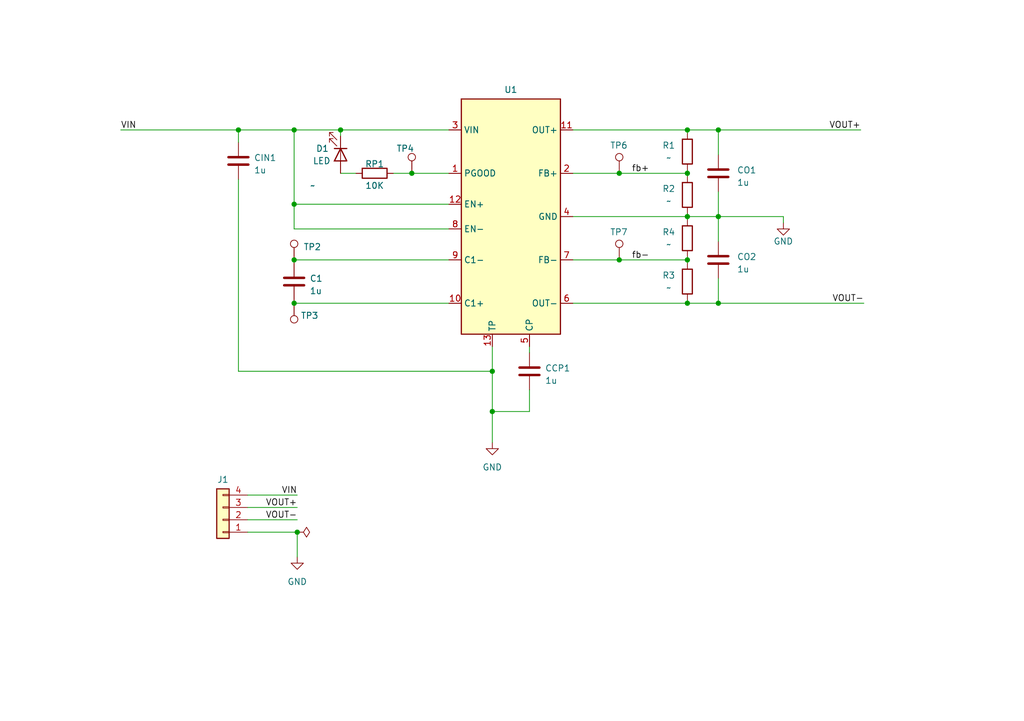
<source format=kicad_sch>
(kicad_sch (version 20230121) (generator eeschema)
  (paper "A5")
  (lib_symbols
    (symbol "Connector:TestPoint" (pin_numbers hide) (pin_names (offset 0.762) hide)
      (property "Reference" "TP" (at 0 6.858 0))
      (property "Value" "TestPoint" (at 0 5.08 0))
      (symbol "TestPoint_0_1"
        (circle (center 0 3.302) (radius 0.762))
      )
      (symbol "TestPoint_1_1"
        (pin passive line (at 0 0 90) (length 2.54) (name "1") (number "1"))
      )
    )
    (symbol "Connector_Generic:Conn_01x04" (pin_names (offset 1.016) hide)
      (property "Reference" "J" (at 0 5.08 0))
      (property "Value" "Conn_01x04" (at 0 -7.62 0))
      (symbol "Conn_01x04_1_1"
        (rectangle (start -1.27 -4.953) (end 0 -5.207) (stroke (width 0.1524)))
        (rectangle (start -1.27 -2.413) (end 0 -2.667) (stroke (width 0.1524)))
        (rectangle (start -1.27 0.127) (end 0 -0.127) (stroke (width 0.1524)))
        (rectangle (start -1.27 2.667) (end 0 2.413) (stroke (width 0.1524)))
        (rectangle (start -1.27 3.81) (end 1.27 -6.35) (stroke (width 0.254)) (fill (type background)))
        (pin passive line (at -5.08 2.54 0) (length 3.81) (name "Pin_1") (number "1"))
        (pin passive line (at -5.08 0 0) (length 3.81) (name "Pin_2") (number "2"))
        (pin passive line (at -5.08 -2.54 0) (length 3.81) (name "Pin_3") (number "3"))
        (pin passive line (at -5.08 -5.08 0) (length 3.81) (name "Pin_4") (number "4"))
      )
    )
    (symbol "Device:C" (pin_numbers hide) (pin_names (offset 0.254))
      (property "Reference" "C" (at 0.635 2.54 0))
      (property "Value" "C" (at 0.635 -2.54 0))
      (symbol "C_0_1"
        (polyline (pts (xy -2.032 -0.762) (xy 2.032 -0.762)) (stroke (width 0.508)))
        (polyline (pts (xy -2.032 0.762) (xy 2.032 0.762)) (stroke (width 0.508)))
      )
      (symbol "C_1_1"
        (pin passive line (at 0 3.81 270) (length 2.794) (name "~") (number "1"))
        (pin passive line (at 0 -3.81 90) (length 2.794) (name "~") (number "2"))
      )
    )
    (symbol "Device:LED" (pin_numbers hide) (pin_names (offset 1.016) hide)
      (property "Reference" "D" (at 0 2.54 0))
      (property "Value" "LED" (at 0 -2.54 0))
      (symbol "LED_0_1"
        (polyline (pts (xy -1.27 -1.27) (xy -1.27 1.27)) (stroke (width 0.254)))
        (polyline (pts (xy -1.27 0) (xy 1.27 0)))
        (polyline (pts (xy 1.27 -1.27) (xy 1.27 1.27) (xy -1.27 0) (xy 1.27 -1.27)) (stroke (width 0.254)))
        (polyline (pts (xy -3.048 -0.762) (xy -4.572 -2.286) (xy -3.81 -2.286) (xy -4.572 -2.286) (xy -4.572 -1.524)))
        (polyline (pts (xy -1.778 -0.762) (xy -3.302 -2.286) (xy -2.54 -2.286) (xy -3.302 -2.286) (xy -3.302 -1.524)))
      )
      (symbol "LED_1_1"
        (pin passive line (at -3.81 0 0) (length 2.54) (name "K") (number "1"))
        (pin passive line (at 3.81 0 180) (length 2.54) (name "A") (number "2"))
      )
    )
    (symbol "Device:R" (pin_numbers hide) (pin_names (offset 0))
      (property "Reference" "R" (at 2.032 0 90))
      (property "Value" "R" (at 0 0 90))
      (symbol "R_0_1"
        (rectangle (start -1.016 -2.54) (end 1.016 2.54) (stroke (width 0.254)))
      )
      (symbol "R_1_1"
        (pin passive line (at 0 3.81 270) (length 1.27) (name "~") (number "1"))
        (pin passive line (at 0 -3.81 90) (length 1.27) (name "~") (number "2"))
      )
    )
    (symbol "lm27762:lm27762"
      (property "Reference" "U" (at 0 22.86 0))
      (symbol "lm27762_1_1"
        (rectangle (start -10.16 24.13) (end 10.16 -24.13) (stroke (width 0.254)) (fill (type background)))
        (pin passive line (at -12.7 8.89 0) (length 2.54) (name "PGOOD") (number "1"))
        (pin passive line (at -12.7 -17.78 0) (length 2.54) (name "C1+") (number "10"))
        (pin passive line (at 12.7 17.78 180) (length 2.54) (name "OUT+") (number "11"))
        (pin passive line (at -12.7 2.54 0) (length 2.54) (name "EN+") (number "12"))
        (pin passive line (at -3.81 -26.67 90) (length 2.54) (name "TP") (number "13"))
        (pin passive line (at 12.7 8.89 180) (length 2.54) (name "FB+") (number "2"))
        (pin passive line (at -12.7 17.78 0) (length 2.54) (name "VIN") (number "3"))
        (pin passive line (at 12.7 0 180) (length 2.54) (name "GND") (number "4"))
        (pin passive line (at 3.81 -26.67 90) (length 2.54) (name "CP") (number "5"))
        (pin passive line (at 12.7 -17.78 180) (length 2.54) (name "OUT-") (number "6"))
        (pin passive line (at 12.7 -8.89 180) (length 2.54) (name "FB-") (number "7"))
        (pin passive line (at -12.7 -2.54 0) (length 2.54) (name "EN-") (number "8"))
        (pin passive line (at -12.7 -8.89 0) (length 2.54) (name "C1-") (number "9"))
      )
    )
    (symbol "power:GND" (power) (pin_names (offset 0))
      (property "Value" "GND" (at 0 -3.81 0))
      (symbol "GND_0_1"
        (polyline (pts (xy 0 0) (xy 0 -1.27) (xy 1.27 -1.27) (xy 0 -2.54) (xy -1.27 -1.27) (xy 0 -1.27)))
      )
      (symbol "GND_1_1"
        (pin power_in line (at 0 0 270) (length 0) hide (name "GND") (number "1"))
      )
    )
    (symbol "power:PWR_FLAG" (power) (pin_numbers hide) (pin_names (offset 0) hide)
      (property "Value" "PWR_FLAG" (at 0 3.81 0))
      (symbol "PWR_FLAG_0_0"
        (pin power_out line (at 0 0 90) (length 0) (name "pwr") (number "1"))
      )
      (symbol "PWR_FLAG_0_1"
        (polyline (pts (xy 0 0) (xy 0 1.27) (xy -1.016 1.905) (xy 0 2.54) (xy 1.016 1.905) (xy 0 1.27)))
      )
    )
  )
  (junction (at 60.96 109.22))
  (junction (at 127 35.56))
  (junction (at 48.895 26.67))
  (junction (at 127 53.34))
  (junction (at 140.97 53.34))
  (junction (at 84.455 35.56))
  (junction (at 140.97 35.56))
  (junction (at 140.97 44.45))
  (junction (at 60.325 41.91))
  (junction (at 147.32 62.23))
  (junction (at 60.325 53.34))
  (junction (at 60.325 26.67))
  (junction (at 140.97 62.23))
  (junction (at 147.32 44.45))
  (junction (at 147.32 26.67))
  (junction (at 100.965 76.2))
  (junction (at 140.97 26.67))
  (junction (at 60.325 62.23))
  (junction (at 69.85 26.67))
  (junction (at 100.965 84.455))
  (wire (pts (xy 108.585 84.455) (xy 100.965 84.455)))
  (wire (pts (xy 50.8 101.6) (xy 60.96 101.6)))
  (wire (pts (xy 117.475 44.45) (xy 140.97 44.45)))
  (wire (pts (xy 140.97 43.815) (xy 140.97 44.45)))
  (wire (pts (xy 108.585 80.01) (xy 108.585 84.455)))
  (wire (pts (xy 69.85 35.56) (xy 73.025 35.56)))
  (wire (pts (xy 147.32 26.67) (xy 140.97 26.67)))
  (wire (pts (xy 60.96 109.22) (xy 60.96 114.3)))
  (wire (pts (xy 24.765 26.67) (xy 48.895 26.67)))
  (wire (pts (xy 117.475 26.67) (xy 140.97 26.67)))
  (wire (pts (xy 117.475 53.34) (xy 127 53.34)))
  (wire (pts (xy 147.32 44.45) (xy 160.655 44.45)))
  (wire (pts (xy 147.32 62.23) (xy 140.97 62.23)))
  (wire (pts (xy 140.97 44.45) (xy 147.32 44.45)))
  (wire (pts (xy 50.8 106.68) (xy 60.96 106.68)))
  (wire (pts (xy 60.325 46.99) (xy 60.325 41.91)))
  (wire (pts (xy 160.655 44.45) (xy 160.655 45.72)))
  (wire (pts (xy 127 53.34) (xy 140.97 53.34)))
  (wire (pts (xy 60.325 26.67) (xy 69.85 26.67)))
  (wire (pts (xy 140.97 61.595) (xy 140.97 62.23)))
  (wire (pts (xy 60.325 53.975) (xy 60.325 53.34)))
  (wire (pts (xy 48.895 36.83) (xy 48.895 76.2)))
  (wire (pts (xy 60.325 53.34) (xy 92.075 53.34)))
  (wire (pts (xy 60.325 41.91) (xy 60.325 26.67)))
  (wire (pts (xy 100.965 76.2) (xy 48.895 76.2)))
  (wire (pts (xy 100.965 76.2) (xy 100.965 84.455)))
  (wire (pts (xy 140.97 27.305) (xy 140.97 26.67)))
  (wire (pts (xy 147.32 39.37) (xy 147.32 44.45)))
  (wire (pts (xy 108.585 71.12) (xy 108.585 72.39)))
  (wire (pts (xy 48.895 26.67) (xy 48.895 29.21)))
  (wire (pts (xy 100.965 84.455) (xy 100.965 90.805)))
  (wire (pts (xy 92.075 62.23) (xy 60.325 62.23)))
  (wire (pts (xy 117.475 62.23) (xy 140.97 62.23)))
  (wire (pts (xy 147.32 31.75) (xy 147.32 26.67)))
  (wire (pts (xy 92.075 41.91) (xy 60.325 41.91)))
  (wire (pts (xy 50.8 109.22) (xy 60.96 109.22)))
  (wire (pts (xy 140.97 53.34) (xy 140.97 53.975)))
  (wire (pts (xy 147.32 62.23) (xy 177.165 62.23)))
  (wire (pts (xy 117.475 35.56) (xy 127 35.56)))
  (wire (pts (xy 84.455 35.56) (xy 92.075 35.56)))
  (wire (pts (xy 147.32 26.67) (xy 176.53 26.67)))
  (wire (pts (xy 48.895 26.67) (xy 60.325 26.67)))
  (wire (pts (xy 140.97 52.705) (xy 140.97 53.34)))
  (wire (pts (xy 92.075 46.99) (xy 60.325 46.99)))
  (wire (pts (xy 100.965 71.12) (xy 100.965 76.2)))
  (wire (pts (xy 92.075 26.67) (xy 69.85 26.67)))
  (wire (pts (xy 140.97 35.56) (xy 140.97 36.195)))
  (wire (pts (xy 50.8 104.14) (xy 60.96 104.14)))
  (wire (pts (xy 69.85 26.67) (xy 69.85 27.94)))
  (wire (pts (xy 140.97 34.925) (xy 140.97 35.56)))
  (wire (pts (xy 140.97 44.45) (xy 140.97 45.085)))
  (wire (pts (xy 147.32 44.45) (xy 147.32 49.53)))
  (wire (pts (xy 80.645 35.56) (xy 84.455 35.56)))
  (wire (pts (xy 127 35.56) (xy 140.97 35.56)))
  (wire (pts (xy 60.325 62.23) (xy 60.325 61.595)))
  (wire (pts (xy 147.32 57.15) (xy 147.32 62.23)))
  (label "VOUT+" (at 60.96 104.14 180))
  (label "VIN" (at 24.765 26.67 0))
  (label "fb+" (at 129.54 35.56 0))
  (label "fb-" (at 129.54 53.34 0))
  (label "VIN" (at 60.96 101.6 180))
  (label "VOUT-" (at 60.96 106.68 180))
  (label "VOUT+" (at 176.53 26.67 180))
  (label "VOUT-" (at 177.165 62.23 180))
  (symbol (lib_id "Connector:TestPoint") (at 60.325 53.34 0) (unit 1)
    (property "Reference" "TP2" (at 62.23 50.673 0) (effects (justify left)))
    (property "Value" "TestPoint" (effects hide))
    (property "Footprint" "TestPoint:TestPoint_Pad_D1.0mm" (effects hide))
  )
  (symbol (lib_id "Device:C") (at 147.32 53.34 180) (unit 1)
    (property "Reference" "CO2" (at 151.13 52.705 0) (effects (justify right)))
    (property "Value" "1u" (at 151.13 55.245 0) (effects (justify right)))
    (property "Footprint" "Capacitor_SMD:C_0402_1005Metric_Pad0.74x0.62mm_HandSolder" (effects hide))
  )
  (symbol (lib_id "Connector:TestPoint") (at 127 53.34 0) (unit 1)
    (property "Reference" "TP7" (at 125.095 47.625 0) (effects (justify left)))
    (property "Value" "TestPoint" (effects hide))
    (property "Footprint" "TestPoint:TestPoint_Pad_D1.0mm" (effects hide))
  )
  (symbol (lib_id "Connector:TestPoint") (at 60.325 62.23 180) (unit 1)
    (property "Reference" "TP3" (at 63.5 64.77 0))
    (property "Value" "TestPoint" (effects hide))
    (property "Footprint" "TestPoint:TestPoint_Pad_D1.0mm" (effects hide))
  )
  (symbol (lib_id "Device:R") (at 140.97 40.005 180) (unit 1)
    (property "Reference" "R2" (at 137.16 38.735 0))
    (property "Value" "~" (at 137.16 41.275 0))
    (property "Footprint" "Resistor_SMD:R_0402_1005Metric_Pad0.72x0.64mm_HandSolder" (effects hide))
  )
  (symbol (lib_id "power:GND") (at 160.655 45.72 0) (unit 1)
    (property "Reference" "#PWR03" (effects hide))
    (property "Value" "GND" (at 160.655 49.53 0))
  )
  (symbol (lib_id "Device:R") (at 140.97 57.785 180) (unit 1)
    (property "Reference" "R3" (at 137.16 56.515 0))
    (property "Value" "~" (at 137.16 59.055 0))
    (property "Footprint" "Resistor_SMD:R_0402_1005Metric_Pad0.72x0.64mm_HandSolder" (effects hide))
  )
  (symbol (lib_id "power:GND") (at 60.96 114.3 0) (unit 1)
    (property "Reference" "#PWR01" (effects hide))
    (property "Value" "GND" (at 60.96 119.38 0))
    (property "Footprint" "Connector_PinHeader_2.54mm:PinHeader_1x04_P2.54mm_Vertical" (effects hide))
  )
  (symbol (lib_id "Device:R") (at 140.97 31.115 180) (unit 1)
    (property "Reference" "R1" (at 137.16 29.845 0))
    (property "Value" "~" (at 137.16 32.385 0))
    (property "Footprint" "Resistor_SMD:R_0402_1005Metric_Pad0.72x0.64mm_HandSolder" (effects hide))
  )
  (symbol (lib_id "Device:C") (at 60.325 57.785 180) (unit 1)
    (property "Reference" "C1" (at 63.5 57.15 0) (effects (justify right)))
    (property "Value" "1u" (at 63.5 59.69 0) (effects (justify right)))
    (property "Footprint" "Capacitor_SMD:C_0402_1005Metric_Pad0.74x0.62mm_HandSolder" (effects hide))
  )
  (symbol (lib_id "Connector_Generic:Conn_01x04") (at 45.72 106.68 180) (unit 1)
    (property "Reference" "J1" (at 45.72 98.425 0))
    (property "Value" "Conn_01x04" (effects hide))
    (property "Footprint" "Connector_PinHeader_2.54mm:PinHeader_1x04_P2.54mm_Vertical" (effects hide))
  )
  (symbol (lib_id "power:PWR_FLAG") (at 60.96 109.22 270) (unit 1)
    (property "Reference" "#FLG01" (effects hide))
    (property "Value" "PWR_FLAG" (effects hide))
  )
  (symbol (lib_id "Device:C") (at 108.585 76.2 180) (unit 1)
    (property "Reference" "CCP1" (at 111.76 75.565 0) (effects (justify right)))
    (property "Value" "1u" (at 111.76 78.105 0) (effects (justify right)))
    (property "Footprint" "Capacitor_SMD:C_0402_1005Metric_Pad0.74x0.62mm_HandSolder" (effects hide))
  )
  (symbol (lib_id "lm27762:lm27762") (at 104.775 44.45 0) (unit 1)
    (property "Reference" "U1" (at 104.775 18.415 0))
    (property "Value" "~" (at 64.135 38.1 0))
    (property "Footprint" "Package_SON:WSON-12-1EP_3x2mm_P0.5mm_EP1x2.65_ThermalVias" (effects hide))
    (property "Datasheet" "https://www.ti.com/lit/ds/symlink/lm27762.pdf" (effects hide))
  )
  (symbol (lib_id "power:GND") (at 100.965 90.805 0) (unit 1)
    (property "Reference" "#PWR02" (effects hide))
    (property "Value" "GND" (at 100.965 95.885 0))
  )
  (symbol (lib_id "Connector:TestPoint") (at 84.455 35.56 0) (unit 1)
    (property "Reference" "TP4" (at 81.28 30.48 0) (effects (justify left)))
    (property "Value" "TestPoint" (effects hide))
    (property "Footprint" "TestPoint:TestPoint_Pad_D1.0mm" (effects hide))
  )
  (symbol (lib_id "Connector:TestPoint") (at 127 35.56 0) (unit 1)
    (property "Reference" "TP6" (at 125.095 29.845 0) (effects (justify left)))
    (property "Value" "TestPoint" (effects hide))
    (property "Footprint" "TestPoint:TestPoint_Pad_D1.0mm" (effects hide))
  )
  (symbol (lib_id "Device:R") (at 140.97 48.895 180) (unit 1)
    (property "Reference" "R4" (at 137.16 47.625 0))
    (property "Value" "~" (at 137.16 50.165 0))
    (property "Footprint" "Resistor_SMD:R_0402_1005Metric_Pad0.72x0.64mm_HandSolder" (effects hide))
  )
  (symbol (lib_id "Device:C") (at 48.895 33.02 180) (unit 1)
    (property "Reference" "CIN1" (at 52.07 32.385 0) (effects (justify right)))
    (property "Value" "1u" (at 52.07 34.925 0) (effects (justify right)))
    (property "Footprint" "Capacitor_SMD:C_0402_1005Metric_Pad0.74x0.62mm_HandSolder" (effects hide))
  )
  (symbol (lib_id "Device:LED") (at 69.85 31.75 270) (unit 1)
    (property "Reference" "D1" (at 64.77 30.48 90) (effects (justify left)))
    (property "Value" "LED" (at 64.135 33.02 90) (effects (justify left)))
    (property "Footprint" "LED_SMD:LED_0402_1005Metric_Pad0.77x0.64mm_HandSolder" (effects hide))
  )
  (symbol (lib_id "Device:R") (at 76.835 35.56 270) (unit 1)
    (property "Reference" "RP1" (at 76.835 33.655 90))
    (property "Value" "10K" (at 76.835 38.1 90))
    (property "Footprint" "Resistor_SMD:R_0402_1005Metric_Pad0.72x0.64mm_HandSolder" (effects hide))
  )
  (symbol (lib_id "Device:C") (at 147.32 35.56 180) (unit 1)
    (property "Reference" "CO1" (at 151.13 34.925 0) (effects (justify right)))
    (property "Value" "1u" (at 151.13 37.465 0) (effects (justify right)))
    (property "Footprint" "Capacitor_SMD:C_0402_1005Metric_Pad0.74x0.62mm_HandSolder" (effects hide))
  )
)
</source>
